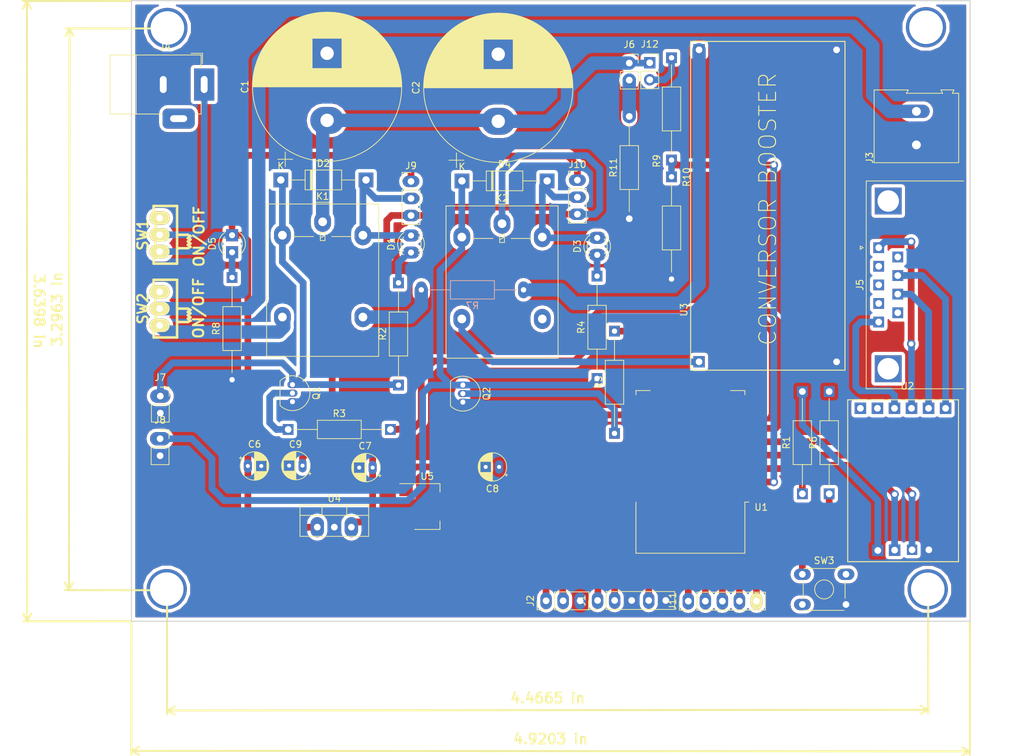
<source format=kicad_pcb>
(kicad_pcb (version 20171130) (host pcbnew "(5.0.1)-4")
  (layers (0 F.Cu signal) (31 B.Cu signal) (34 B.Paste user) (35 F.Paste user) (36 B.SilkS user) (37 F.SilkS user) (38 B.Mask user) (39 F.Mask user) (44 Edge.Cuts user))
  (net 0 "")
  (net 1 OUT)
  (net 2 GND)
  (net 3 "Net-(D4-Pad1)")
  (net 4 "Net-(D3-Pad1)")
  (net 5 "Net-(D1-Pad1)")
  (net 6 "Net-(D2-Pad1)")
  (net 7 "Net-(Q1-Pad2)")
  (net 8 d2)
  (net 9 "Net-(Q2-Pad2)")
  (net 10 +12V)
  (net 11 +3V3)
  (net 12 +5V)
  (net 13 S1)
  (net 14 "Net-(R6-Pad1)")
  (net 15 "Net-(R1-Pad1)")
  (net 16 S2)
  (net 17 "Net-(K2-Pad4)")
  (net 18 CAP)
  (net 19 tx)
  (net 20 rx)
  (net 21 SCL)
  (net 22 SDA)
  (net 23 d0)
  (net 24 "Net-(U1-Pad22)")
  (net 25 "Net-(U1-Pad21)")
  (net 26 d10)
  (net 27 d9)
  (net 28 "Net-(U1-Pad18)")
  (net 29 "Net-(U1-Pad17)")
  (net 30 d13)
  (net 31 d12)
  (net 32 d14)
  (net 33 d16)
  (net 34 adc)
  (net 35 "Net-(SW1-Pad3)")
  (net 36 "Net-(J4-Pad1)")
  (net 37 "Net-(SW2-Pad3)")
  (net 38 "Net-(D5-Pad1)")
  (net 39 "Net-(J6-Pad2)")
  (net 40 "Net-(J5-Pad2)")
  (net 41 B+)
  (net 42 B-)
  (net 43 A+)
  (net 44 A-)
  (net 45 E-)
  (net 46 E+)
  (net 47 "Net-(J5-Pad6)")
  (net 48 "Net-(J5-Pad9)")
  (net 49 "Net-(D3-Pad2)")
  (net 50 "Net-(D1-Pad2)")
  (net 51 "Net-(J5-Pad3)")
  (net 52 "Net-(J5-Pad4)")
  (net 53 "Net-(J3-Pad2)")
  (net 54 "Net-(R7-Pad2)")
  (net 55 "Net-(SW3-Pad3)")
  (net 56 "Net-(SW3-Pad2)")
  (net 57 "Net-(J10-Pad3)")
  (net 58 "Net-(J12-Pad2)")
  (module Connector_PinHeader_2.54mm:PinHeader_1x05_P2.54mm_Vertical (layer F.Cu) (at 203 112 90)
    (fp_text reference J11 (at 0 -2.33 90) (layer F.SilkS))
    (fp_text value "pins aux")
    (pad 1 thru_hole oval (at 0 0 90) (size 2.5 1.7) (drill 1) (layers *.Cu *.Mask) (net 30 d13))
    (pad 2 thru_hole oval (at 0 2.54 90) (size 2.5 1.7) (drill 1) (layers *.Cu *.Mask) (net 31 d12))
    (pad 3 thru_hole oval (at 0 5.08 90) (size 2.5 1.7) (drill 1) (layers *.Cu *.Mask) (net 32 d14))
    (pad 4 thru_hole oval (at 0 7.62 90) (size 2.5 1.7) (drill 1) (layers *.Cu *.Mask) (net 33 d16))
    (pad 5 thru_hole oval (at 0 10.16 90) (size 2.5 1.7) (drill 1) (layers *.Cu *.Mask F.SilkS) (net 34 adc))
  )
  (module Connector_PinSocket_2.54mm:PinSocket_1x02_P2.54mm_Vertical (layer F.Cu) (at 197.25 31.75)
    (fp_text reference J12 (at 0 -2.77) (layer F.SilkS))
    (fp_text value AUX2)
    (pad 1 thru_hole rect (at 0 0) (size 1.7 1.7) (drill 1) (layers *.Cu *.Mask) (net 18 CAP))
    (pad 2 thru_hole oval (at 0 2.54) (size 1.7 1.7) (drill 1) (layers *.Cu *.Mask) (net 58 "Net-(J12-Pad2)"))
  )
  (module Resistor_THT:R_Axial_DIN0207_L6.3mm_D2.5mm_P15.24mm_Horizontal (layer F.Cu) (at 220 96 90)
    (fp_text reference R1 (at 7.62 -2.37 90) (layer F.SilkS))
    (fp_text value 10kR)
    (pad 1 thru_hole rect (at 0 0 90) (size 1.6 1.6) (drill 1) (layers *.Cu *.Mask) (net 15 "Net-(R1-Pad1)"))
    (pad 2 thru_hole rect (at 15.24 0 90) (size 1.6 1.6) (drill 1) (layers *.Cu *.Mask) (net 11 +3V3))
  )
  (module Resistor_THT:R_Axial_DIN0207_L6.3mm_D2.5mm_P15.24mm_Horizontal (layer F.Cu) (at 224 96 90)
    (fp_text reference R6 (at 7.62 -2.37 90) (layer F.SilkS))
    (fp_text value 10kR)
    (pad 1 thru_hole rect (at 0 0 90) (size 1.6 1.6) (drill 1) (layers *.Cu *.Mask) (net 14 "Net-(R6-Pad1)"))
    (pad 2 thru_hole rect (at 15.24 0 90) (size 1.6 1.6) (drill 1) (layers *.Cu *.Mask) (net 11 +3V3))
  )
  (module Resistor_THT:R_Axial_DIN0207_L6.3mm_D2.5mm_P15.24mm_Horizontal (layer B.Cu) (at 163.2 65.6)
    (fp_text reference R7 (at 7.62 2.37) (layer B.SilkS) (effects (justify mirror)))
    (fp_text value 80R)
    (pad 1 thru_hole oval (at 0 0) (size 1.6 2.5) (drill 0.8) (layers *.Cu *.Mask) (net 16 S2))
    (pad 2 thru_hole oval (at 15.24 0) (size 1.6 2.5) (drill 0.8) (layers *.Cu *.Mask) (net 54 "Net-(R7-Pad2)"))
  )
  (module CB:CB (layer F.Cu) (at 201.85 68.575 90)
    (fp_text reference U3 (at 0 0.5 90) (layer F.SilkS))
    (fp_text value CB)
    (fp_text user "CONVERSOR BOOSTER" (at 15 13 90) (layer F.SilkS) (effects (font (size 2.5 2.5))))
    (pad 4 thru_hole rect (at 38.75 2.75 90) (size 1.7 1.7) (drill 1) (layers *.Cu *.Mask) (net 54 "Net-(R7-Pad2)"))
    (pad 3 thru_hole rect (at 38.75 23.25 90) (size 1.7 1.7) (drill 1) (layers *.Cu *.Mask) (net 2 GND))
    (pad 2 thru_hole rect (at -7.75 23.25 90) (size 1.7 1.7) (drill 1) (layers *.Cu *.Mask) (net 2 GND))
    (pad 1 thru_hole rect (at -7.75 2.75 90) (size 1.7 1.7) (drill 1) (layers *.Cu *.Mask) (net 13 S1))
  )
  (module Button_Switch_THT:SW_TH_Tactile_Omron_B3F-10xx (layer F.Cu) (at 220 108)
    (fp_text reference SW3 (at 3.25 -2.05) (layer F.SilkS))
    (fp_text value RST)
    (pad 4 thru_hole oval (at 6.5 4.5) (size 2.5 1.7) (drill 1) (layers *.Cu *.Mask) (net 2 GND))
    (pad 3 thru_hole oval (at 0 4.5) (size 2.5 1.7) (drill 1) (layers *.Cu *.Mask) (net 55 "Net-(SW3-Pad3)"))
    (pad 2 thru_hole oval (at 6.5 0) (size 2.5 1.7) (drill 1) (layers *.Cu *.Mask) (net 56 "Net-(SW3-Pad2)"))
    (pad 1 thru_hole oval (at 0 0) (size 2.5 1.7) (drill 1) (layers *.Cu *.Mask) (net 14 "Net-(R6-Pad1)"))
  )
  (module Connector_PinHeader_2.54mm:PinHeader_1x03_P2.54mm_Vertical (layer F.Cu) (at 186.47 49.25)
    (fp_text reference J10 (at 0 -2.33) (layer F.SilkS))
    (fp_text value A4)
    (pad 3 thru_hole oval (at 0 5.08) (size 2.5 1.7) (drill 1) (layers *.Cu *.Mask) (net 57 "Net-(J10-Pad3)"))
    (pad 2 thru_hole oval (at 0 2.54) (size 2.5 1.7) (drill 1) (layers *.Cu *.Mask) (net 49 "Net-(D3-Pad2)"))
    (pad 1 thru_hole oval (at 0 0) (size 2.5 1.7) (drill 1) (layers *.Cu *.Mask) (net 10 +12V))
  )
  (module Connector_PinHeader_2.54mm:PinHeader_1x03_P2.54mm_Vertical (layer F.Cu) (at 161.67 49.44)
    (fp_text reference J9 (at 0 -2.33) (layer F.SilkS))
    (fp_text value A3)
    (pad 1 thru_hole oval (at 0 0) (size 2.5 1.7) (drill 1) (layers *.Cu *.Mask) (net 10 +12V))
    (pad 2 thru_hole oval (at 0 2.54) (size 2.5 1.7) (drill 1) (layers *.Cu *.Mask) (net 50 "Net-(D1-Pad2)"))
    (pad 3 thru_hole oval (at 0 5.08) (size 2.5 1.7) (drill 1) (layers *.Cu *.Mask) (net 12 +5V))
  )
  (module Connector_PinSocket_2.54mm:PinSocket_1x02_P2.54mm_Vertical (layer F.Cu) (at 124.3 81.44)
    (fp_text reference J7 (at 0 -2.77) (layer F.SilkS))
    (fp_text value AUX2)
    (pad 2 thru_hole oval (at 0 2.54) (size 3 2) (drill 1) (layers *.Cu *.Mask) (net 2 GND))
    (pad 1 thru_hole oval (at 0 0) (size 3 2) (drill 1) (layers *.Cu *.Mask) (net 6 "Net-(D2-Pad1)"))
  )
  (module Connector_PinSocket_2.54mm:PinSocket_1x02_P2.54mm_Vertical (layer F.Cu) (at 124.27 87.79)
    (fp_text reference J8 (at 0 -2.77) (layer F.SilkS))
    (fp_text value AUX1)
    (pad 1 thru_hole oval (at 0 0) (size 3 2) (drill 1) (layers *.Cu *.Mask) (net 3 "Net-(D4-Pad1)"))
    (pad 2 thru_hole oval (at 0 2.54) (size 3 2) (drill 1) (layers *.Cu *.Mask) (net 2 GND))
  )
  (module Connector_PinSocket_2.54mm:PinSocket_1x02_P2.54mm_Vertical (layer F.Cu) (at 194.2 31.8)
    (fp_text reference J6 (at 0 -2.77) (layer F.SilkS))
    (fp_text value DESC)
    (pad 1 thru_hole oval (at 0 0) (size 2 1.7) (drill 1) (layers *.Cu *.Mask) (net 18 CAP))
    (pad 2 thru_hole oval (at 0 2.54) (size 2 1.7) (drill 1) (layers *.Cu *.Mask) (net 39 "Net-(J6-Pad2)"))
  )
  (module Resistor_THT:R_Axial_DIN0207_L6.3mm_D2.5mm_P15.24mm_Horizontal (layer F.Cu) (at 194.2 55 90)
    (fp_text reference R11 (at 7.62 -2.37 90) (layer F.SilkS))
    (fp_text value 10R)
    (pad 1 thru_hole oval (at 0 0 90) (size 2 1.7) (drill 1) (layers *.Cu *.Mask) (net 2 GND))
    (pad 2 thru_hole oval (at 15.24 0 90) (size 2 1.4) (drill 1) (layers *.Cu *.Mask) (net 39 "Net-(J6-Pad2)"))
  )
  (module Connector_Dsub:DSUB-9_Female_Horizontal_P2.77x2.84mm_EdgePinOffset9.90mm_Housed_MountingHolesOffset11.32mm (layer F.Cu) (at 231.38 59.32 90)
    (fp_text reference J5 (at -5.54 -2.8 90) (layer F.SilkS))
    (fp_text value "DB9_LOAD CELL")
    (pad 1 thru_hole rect (at 0 0 90) (size 1.6 1.6) (drill 1) (layers *.Cu *.Mask) (net 44 A-))
    (pad 2 thru_hole rect (at -2.77 0 90) (size 1.6 1.6) (drill 1) (layers *.Cu *.Mask) (net 40 "Net-(J5-Pad2)"))
    (pad 3 thru_hole rect (at -5.54 0 90) (size 1.6 1.6) (drill 1) (layers *.Cu *.Mask) (net 51 "Net-(J5-Pad3)"))
    (pad 4 thru_hole rect (at -8.31 0 90) (size 1.6 1.6) (drill 1) (layers *.Cu *.Mask) (net 52 "Net-(J5-Pad4)"))
    (pad 5 thru_hole rect (at -11.08 0 90) (size 1.6 1.6) (drill 1) (layers *.Cu *.Mask) (net 43 A+))
    (pad 6 thru_hole rect (at -1.385 2.84 90) (size 1.6 1.6) (drill 1) (layers *.Cu *.Mask) (net 47 "Net-(J5-Pad6)"))
    (pad 7 thru_hole rect (at -4.155 2.84 90) (size 1.6 1.6) (drill 1) (layers *.Cu *.Mask) (net 46 E+))
    (pad 8 thru_hole rect (at -6.925 2.84 90) (size 1.6 1.6) (drill 1) (layers *.Cu *.Mask) (net 45 E-))
    (pad 9 thru_hole rect (at -9.695 2.84 90) (size 1.6 1.6) (drill 1) (layers *.Cu *.Mask) (net 48 "Net-(J5-Pad9)"))
    (pad 0 thru_hole rect (at -18.04 1.42 90) (size 4 4) (drill 3.2) (layers *.Cu *.Mask))
    (pad 0 thru_hole rect (at 6.96 1.42 90) (size 4 4) (drill 3.2) (layers *.Cu *.Mask))
  )
  (module w_switch:switch_mmp122-r (layer F.Cu) (at 124.2 57.4 90)
    (fp_text reference SW1 (at 0 -2.49936 90) (layer F.SilkS) (effects (font (size 1.524 1.524) (thickness 0.3048))))
    (fp_text value ON/OFF (at -0.25 5.875 90) (layer F.SilkS) (effects (font (size 1.524 1.524) (thickness 0.3048))))
    (pad 1 thru_hole oval (at -2.49936 0 90) (size 2 3) (drill 1) (layers *.Cu *.Mask F.SilkS) (net 10 +12V))
    (pad 2 thru_hole oval (at 0 0 90) (size 2 3) (drill 1) (layers *.Cu *.Mask F.SilkS) (net 36 "Net-(J4-Pad1)"))
    (pad 3 thru_hole oval (at 2.49936 0 90) (size 2 3) (drill 1) (layers *.Cu *.Mask F.SilkS) (net 35 "Net-(SW1-Pad3)"))
  )
  (module w_switch:switch_mmp122-r (layer F.Cu) (at 124.2 68.4 90)
    (fp_text reference SW2 (at 0 -2.49936 90) (layer F.SilkS) (effects (font (size 1.524 1.524) (thickness 0.3048))))
    (fp_text value ON/OFF (at 0.075 5.8 90) (layer F.SilkS) (effects (font (size 1.524 1.524) (thickness 0.3048))))
    (pad 1 thru_hole oval (at -2.49936 0 90) (size 2 3) (drill 1) (layers *.Cu *.Mask F.SilkS) (net 1 OUT))
    (pad 2 thru_hole oval (at 0 0 90) (size 2 3) (drill 1) (layers *.Cu *.Mask F.SilkS) (net 53 "Net-(J3-Pad2)"))
    (pad 3 thru_hole oval (at 2.49936 0 90) (size 2 3) (drill 1) (layers *.Cu *.Mask F.SilkS) (net 37 "Net-(SW2-Pad3)"))
  )
  (module Package_TO_SOT_THT:TO-220-3_Vertical (layer F.Cu) (at 147.7 100.97)
    (fp_text reference U4 (at 2.54 -4.27) (layer F.SilkS))
    (fp_text value L7805)
    (pad 3 thru_hole oval (at 5.08 0) (size 2 3) (drill 1) (layers *.Cu *.Mask) (net 12 +5V))
    (pad 2 thru_hole oval (at 2.54 0) (size 2 3) (drill 1) (layers *.Cu *.Mask) (net 2 GND))
    (pad 1 thru_hole oval (at 0 0) (size 2 3) (drill 1) (layers *.Cu *.Mask) (net 10 +12V))
  )
  (module Capacitor_THT:CP_Radial_D22.0mm_P10.00mm_SnapIn (layer F.Cu) (at 149.16 40.34 90)
    (fp_text reference C1 (at 5 -12.25 90) (layer F.SilkS))
    (fp_text value 15000uF)
    (pad 2 thru_hole oval (at 10 0 90) (size 4 5) (drill 2) (layers *.Cu *.Mask) (net 2 GND))
    (pad 1 thru_hole oval (at 0 0 90) (size 4 5) (drill 2) (layers *.Cu *.Mask) (net 18 CAP))
  )
  (module Capacitor_THT:CP_Radial_D22.0mm_P10.00mm_SnapIn (layer F.Cu) (at 174.67 40.48 90)
    (fp_text reference C2 (at 5 -12.25 90) (layer F.SilkS))
    (fp_text value 15000uF)
    (pad 1 thru_hole oval (at 0 0 90) (size 4 5) (drill 2) (layers *.Cu *.Mask) (net 18 CAP))
    (pad 2 thru_hole oval (at 10 0 90) (size 4 5) (drill 2) (layers *.Cu *.Mask) (net 2 GND))
  )
  (module Capacitor_THT:CP_Radial_D4.0mm_P2.00mm (layer F.Cu) (at 174.8 92 180)
    (fp_text reference C8 (at 1 -3.25 180) (layer F.SilkS))
    (fp_text value 10uF)
    (pad 1 thru_hole oval (at 0 0 180) (size 1.2 2) (drill 0.6) (layers *.Cu *.Mask) (net 11 +3V3))
    (pad 2 thru_hole oval (at 2 0 180) (size 1.2 2) (drill 0.6) (layers *.Cu *.Mask) (net 2 GND))
  )
  (module Capacitor_THT:CP_Radial_D4.0mm_P2.00mm (layer F.Cu) (at 155.95 92.1 180)
    (fp_text reference C7 (at 1.125 3.225 180) (layer F.SilkS))
    (fp_text value 100uF)
    (pad 2 thru_hole oval (at 2 0 180) (size 1.2 2) (drill 0.6) (layers *.Cu *.Mask) (net 2 GND))
    (pad 1 thru_hole oval (at 0 0 180) (size 1.2 2) (drill 0.6) (layers *.Cu *.Mask) (net 12 +5V))
  )
  (module Capacitor_THT:CP_Radial_D4.0mm_P2.00mm (layer F.Cu) (at 137.35 91.86)
    (fp_text reference C6 (at 1 -3.25) (layer F.SilkS))
    (fp_text value 100uF)
    (pad 1 thru_hole oval (at 0 0) (size 1.2 2) (drill 0.6) (layers *.Cu *.Mask) (net 10 +12V))
    (pad 2 thru_hole oval (at 2 0) (size 1.2 2) (drill 0.6) (layers *.Cu *.Mask) (net 2 GND))
  )
  (module Capacitor_THT:CP_Radial_D4.0mm_P2.00mm (layer F.Cu) (at 145.5 91.8 180)
    (fp_text reference C9 (at 1.05 3.175 180) (layer F.SilkS))
    (fp_text value 10uF)
    (pad 1 thru_hole oval (at 0 0 180) (size 1.2 2) (drill 0.6) (layers *.Cu *.Mask) (net 12 +5V))
    (pad 2 thru_hole oval (at 2 0 180) (size 1.2 2) (drill 0.6) (layers *.Cu *.Mask) (net 2 GND))
  )
  (module Connector_Audio:Jack_Horizontal (layer F.Cu) (at 130.84 35)
    (fp_text reference J4 (at -5.84 -5.59) (layer F.SilkS))
    (fp_text value Jack-DC)
    (pad 2 thru_hole roundrect (at -6.1 0) (size 3 4.8) (drill oval 1.02 2.54) (layers *.Cu *.Mask) (net 2 GND))
    (pad 1 thru_hole rect (at 0 0) (size 3 4.8) (drill oval 1.02 2.54) (layers *.Cu *.Mask) (net 36 "Net-(J4-Pad1)"))
    (pad 3 thru_hole roundrect (at -3.81 5.08) (size 4.8 3) (drill oval 2.54 1.02) (layers *.Cu *.Mask))
  )
  (module Connector_PinHeader_2.54mm:PinHeader_1x03_P2.54mm_Vertical (layer F.Cu) (at 181.8 111.95 90)
    (fp_text reference J2 (at 0 -2.33 90) (layer F.SilkS))
    (fp_text value I2C)
    (pad 1 thru_hole oval (at 0 0 90) (size 2.5 1.7) (drill 1) (layers *.Cu *.Mask) (net 22 SDA))
    (pad 2 thru_hole oval (at 0 2.54 90) (size 2.5 1.7) (drill 1) (layers *.Cu *.Mask) (net 21 SCL))
    (pad 3 thru_hole oval (at 0 5.08 90) (size 2.5 1.7) (drill 1) (layers *.Cu *.Mask) (net 11 +3V3))
  )
  (module Connector_PinHeader_2.54mm:PinHeader_1x05_P2.54mm_Vertical (layer F.Cu) (at 189.48 111.9 90)
    (fp_text reference J1 (at 0 -2.33 90) (layer F.SilkS))
    (fp_text value FTDI)
    (pad 1 thru_hole oval (at 0 0 90) (size 2.5 1.7) (drill 1) (layers *.Cu *.Mask) (net 20 rx))
    (pad 2 thru_hole oval (at 0 2.54 90) (size 2.5 1.7) (drill 1) (layers *.Cu *.Mask) (net 19 tx))
    (pad 3 thru_hole oval (at 0 5.08 90) (size 2.5 1.7) (drill 1) (layers *.Cu *.Mask) (net 2 GND))
    (pad 4 thru_hole oval (at 0 7.62 90) (size 2.5 1.7) (drill 1) (layers *.Cu *.Mask) (net 23 d0))
    (pad 5 thru_hole oval (at 0 10.16 90) (size 2.5 1.7) (drill 1) (layers *.Cu *.Mask) (net 2 GND))
  )
  (module Diode_THT:D_DO-41_SOD81_P12.70mm_Horizontal (layer F.Cu) (at 142.26 49.22)
    (fp_text reference D2 (at 6.35 -2.47) (layer F.SilkS))
    (fp_text value DIODE)
    (fp_text user K (at 0 -2.1) (layer F.SilkS))
    (pad 2 thru_hole rect (at 12.7 0) (size 2.2 2.2) (drill 1.1) (layers *.Cu *.Mask) (net 50 "Net-(D1-Pad2)"))
    (pad 1 thru_hole rect (at 0 0) (size 2.2 2.2) (drill 1.1) (layers *.Cu *.Mask) (net 6 "Net-(D2-Pad1)"))
  )
  (module Diode_THT:D_DO-41_SOD81_P12.70mm_Horizontal (layer F.Cu) (at 169.26 49.36)
    (fp_text reference D4 (at 6.35 -2.47) (layer F.SilkS))
    (fp_text value DIODE)
    (fp_text user K (at 0 -2.1) (layer F.SilkS))
    (pad 1 thru_hole rect (at 0 0) (size 2.2 2.2) (drill 1.1) (layers *.Cu *.Mask) (net 3 "Net-(D4-Pad1)"))
    (pad 2 thru_hole rect (at 12.7 0) (size 2.2 2.2) (drill 1.1) (layers *.Cu *.Mask) (net 49 "Net-(D3-Pad2)"))
  )
  (module ESP12E:ESP12E (layer F.Cu) (at 203.31 92.74 180)
    (fp_text reference U1 (at -10.56 -5.26 180) (layer F.SilkS))
    (fp_text value ESP-12E)
    (pad 16 smd rect (at 7.6 -3.5 180) (size 2.5 1) (layers F.Cu F.Paste F.Mask) (net 19 tx))
    (pad 15 smd rect (at 7.6 -1.5 180) (size 2.5 1) (layers F.Cu F.Paste F.Mask) (net 20 rx))
    (pad 14 smd rect (at 7.6 0.5 180) (size 2.5 1) (layers F.Cu F.Paste F.Mask) (net 21 SCL))
    (pad 13 smd rect (at 7.6 2.5 180) (size 2.5 1) (layers F.Cu F.Paste F.Mask) (net 22 SDA))
    (pad 12 smd rect (at 7.6 4.5 180) (size 2.5 1) (layers F.Cu F.Paste F.Mask) (net 23 d0))
    (pad 11 smd rect (at 7.6 6.5 180) (size 2.5 1) (layers F.Cu F.Paste F.Mask) (net 8 d2))
    (pad 10 smd rect (at 7.6 8.5 180) (size 2.5 1) (layers F.Cu F.Paste F.Mask) (net 2 GND))
    (pad 9 smd rect (at 7.6 10.5 180) (size 2.5 1) (layers F.Cu F.Paste F.Mask) (net 2 GND))
    (pad 22 smd rect (at 5 12 180) (size 1 1.8) (layers F.Cu F.Paste F.Mask) (net 24 "Net-(U1-Pad22)"))
    (pad 21 smd rect (at 3 12 180) (size 1 1.8) (layers F.Cu F.Paste F.Mask) (net 25 "Net-(U1-Pad21)"))
    (pad 20 smd rect (at 1 12 180) (size 1 1.8) (layers F.Cu F.Paste F.Mask) (net 26 d10))
    (pad 19 smd rect (at -1 12 180) (size 1 1.8) (layers F.Cu F.Paste F.Mask) (net 27 d9))
    (pad 18 smd rect (at -3 12 180) (size 1 1.8) (layers F.Cu F.Paste F.Mask) (net 28 "Net-(U1-Pad18)"))
    (pad 17 smd rect (at -5 12 180) (size 1 1.8) (layers F.Cu F.Paste F.Mask) (net 29 "Net-(U1-Pad17)"))
    (pad 8 smd rect (at -7.6 10.5 180) (size 2.5 1) (layers F.Cu F.Paste F.Mask) (net 11 +3V3))
    (pad 7 smd rect (at -7.6 8.5 180) (size 2.5 1) (layers F.Cu F.Paste F.Mask) (net 30 d13))
    (pad 6 smd rect (at -7.6 6.5 180) (size 2.5 1) (layers F.Cu F.Paste F.Mask) (net 31 d12))
    (pad 5 smd rect (at -7.6 4.5 180) (size 2.5 1) (layers F.Cu F.Paste F.Mask) (net 32 d14))
    (pad 4 smd rect (at -7.6 2.5 180) (size 2.5 1) (layers F.Cu F.Paste F.Mask) (net 33 d16))
    (pad 3 smd rect (at -7.6 0.5 180) (size 2.5 1) (layers F.Cu F.Paste F.Mask) (net 15 "Net-(R1-Pad1)"))
    (pad 2 smd rect (at -7.6 -1.5 180) (size 2.5 1) (layers F.Cu F.Paste F.Mask) (net 34 adc))
    (pad 1 smd rect (at -7.6 -3.5 180) (size 2.5 1) (layers F.Cu F.Paste F.Mask) (net 14 "Net-(R6-Pad1)"))
  )
  (module LED_THT:LED_D3.0mm (layer F.Cu) (at 189.42 60.39 90)
    (fp_text reference D3 (at 1.27 -2.96 90) (layer F.SilkS))
    (fp_text value "LED VERMELHO")
    (pad 1 thru_hole oval (at 0 0 90) (size 1.8 2.5) (drill 0.9) (layers *.Cu *.Mask) (net 4 "Net-(D3-Pad1)"))
    (pad 2 thru_hole oval (at 2.54 0 90) (size 1.8 2.5) (drill 0.9) (layers *.Cu *.Mask) (net 49 "Net-(D3-Pad2)"))
  )
  (module LED_THT:LED_D3.0mm (layer F.Cu) (at 135 60 90)
    (fp_text reference D5 (at 1.27 -2.96 90) (layer F.SilkS))
    (fp_text value "LED VERDE")
    (pad 2 thru_hole rect (at 2.54 0 90) (size 1.8 1.8) (drill 0.9) (layers *.Cu *.Mask) (net 10 +12V))
    (pad 1 thru_hole rect (at 0 0 90) (size 1.8 1.8) (drill 0.9) (layers *.Cu *.Mask) (net 38 "Net-(D5-Pad1)"))
  )
  (module LED_THT:LED_D3.0mm (layer F.Cu) (at 161.67 60.04 90)
    (fp_text reference D1 (at 1.27 -2.96 90) (layer F.SilkS))
    (fp_text value " LED VERMELHO")
    (pad 1 thru_hole oval (at 0 0 90) (size 1.8 2.5) (drill 0.9) (layers *.Cu *.Mask) (net 5 "Net-(D1-Pad1)"))
    (pad 2 thru_hole oval (at 2.54 0 90) (size 1.8 2.5) (drill 0.9) (layers *.Cu *.Mask) (net 50 "Net-(D1-Pad2)"))
  )
  (module Package_TO_SOT_SMD:SOT-223-3_TabPin2 (layer F.Cu) (at 164.08 97.9)
    (fp_text reference U5 (at 0 -4.5) (layer F.SilkS))
    (fp_text value AMS1117)
    (pad 2 smd rect (at 3.15 0) (size 2 3.8) (layers F.Cu F.Paste F.Mask) (net 11 +3V3))
    (pad 2 smd rect (at -3.15 0) (size 2 1.5) (layers F.Cu F.Paste F.Mask) (net 11 +3V3))
    (pad 3 smd rect (at -3.15 2.3) (size 2 1.5) (layers F.Cu F.Paste F.Mask) (net 12 +5V))
    (pad 1 smd rect (at -3.15 -2.3) (size 2 1.5) (layers F.Cu F.Paste F.Mask) (net 2 GND))
  )
  (module Package_TO_SOT_THT:TO-92_Inline (layer F.Cu) (at 144 79.73 270)
    (fp_text reference Q1 (at 1.27 -3.56 270) (layer F.SilkS))
    (fp_text value BC337)
    (pad 1 thru_hole oval (at 0 0 270) (size 1.05 1.5) (drill 0.75) (layers *.Cu *.Mask) (net 6 "Net-(D2-Pad1)"))
    (pad 3 thru_hole oval (at 2.54 0 270) (size 1.05 1.5) (drill 0.75) (layers *.Cu *.Mask) (net 2 GND))
    (pad 2 thru_hole oval (at 1.27 0 270) (size 1.05 1.5) (drill 0.75) (layers *.Cu *.Mask) (net 7 "Net-(Q1-Pad2)"))
  )
  (module Package_TO_SOT_THT:TO-92_Inline (layer F.Cu) (at 169.4 79.8 270)
    (fp_text reference Q2 (at 1.27 -3.56 270) (layer F.SilkS))
    (fp_text value BC337)
    (pad 2 thru_hole oval (at 1.27 0 270) (size 1.05 1.5) (drill 0.75) (layers *.Cu *.Mask) (net 9 "Net-(Q2-Pad2)"))
    (pad 3 thru_hole oval (at 2.54 0 270) (size 1.05 1.5) (drill 0.75) (layers *.Cu *.Mask) (net 2 GND))
    (pad 1 thru_hole oval (at 0 0 270) (size 1.05 1.5) (drill 0.75) (layers *.Cu *.Mask) (net 3 "Net-(D4-Pad1)"))
  )
  (module Relay_THT:Relay_SPDT_Omron-G5LE-1 (layer F.Cu) (at 148.5 55.46)
    (fp_text reference K1 (at 0 -3.8) (layer F.SilkS))
    (fp_text value "RELE 1")
    (pad 5 thru_hole oval (at 6 2) (size 2.5 3) (drill 1.3) (layers *.Cu *.Mask) (net 50 "Net-(D1-Pad2)"))
    (pad 4 thru_hole oval (at 6 14.2) (size 2.5 3) (drill 1.3) (layers *.Cu *.Mask) (net 16 S2))
    (pad 3 thru_hole oval (at -6 14.2) (size 2.5 3) (drill 1.3) (layers *.Cu *.Mask) (net 1 OUT))
    (pad 2 thru_hole oval (at -6 2) (size 2.5 3) (drill 1.3) (layers *.Cu *.Mask) (net 6 "Net-(D2-Pad1)"))
    (pad 1 thru_hole oval (at 0 0) (size 2.5 3) (drill 1.3) (layers *.Cu *.Mask) (net 18 CAP))
  )
  (module Relay_THT:Relay_SPDT_Omron-G5LE-1 (layer F.Cu) (at 175.24 55.74)
    (fp_text reference K2 (at 0 -3.8) (layer F.SilkS))
    (fp_text value "RELE 2")
    (pad 1 thru_hole oval (at 0 0) (size 2.5 3) (drill 1.3) (layers *.Cu *.Mask) (net 12 +5V))
    (pad 2 thru_hole oval (at -6 2) (size 2.5 3) (drill 1.3) (layers *.Cu *.Mask) (net 3 "Net-(D4-Pad1)"))
    (pad 3 thru_hole oval (at -6 14.2) (size 2.5 3) (drill 1.3) (layers *.Cu *.Mask) (net 13 S1))
    (pad 4 thru_hole oval (at 6 14.2) (size 2.5 3) (drill 1.3) (layers *.Cu *.Mask) (net 17 "Net-(K2-Pad4)"))
    (pad 5 thru_hole oval (at 6 2) (size 2.5 3) (drill 1.3) (layers *.Cu *.Mask) (net 49 "Net-(D3-Pad2)"))
  )
  (module Resistor_THT:R_Axial_DIN0207_L6.3mm_D2.5mm_P15.24mm_Horizontal (layer F.Cu) (at 200.5 48.75 270)
    (fp_text reference R10 (at 0.045 -2.245 270) (layer F.SilkS))
    (fp_text value Y)
    (pad 1 thru_hole rect (at 0 0 270) (size 1.6 1.6) (drill 0.8) (layers *.Cu *.Mask) (net 34 adc))
    (pad 2 thru_hole rect (at 15.24 0 270) (size 1.6 1.6) (drill 0.8) (layers *.Cu *.Mask) (net 2 GND))
  )
  (module Resistor_THT:R_Axial_DIN0207_L6.3mm_D2.5mm_P15.24mm_Horizontal (layer F.Cu) (at 200.5 46.25 90)
    (fp_text reference R9 (at -0.15 -2.205 90) (layer F.SilkS))
    (fp_text value X)
    (pad 2 thru_hole rect (at 15.24 0 90) (size 1.6 1.6) (drill 0.8) (layers *.Cu *.Mask) (net 58 "Net-(J12-Pad2)"))
    (pad 1 thru_hole rect (at 0 0 90) (size 1.6 1.6) (drill 0.8) (layers *.Cu *.Mask) (net 34 adc))
  )
  (module Resistor_THT:R_Axial_DIN0207_L6.3mm_D2.5mm_P15.24mm_Horizontal (layer F.Cu) (at 135 79 90)
    (fp_text reference R8 (at 7.62 -2.37 90) (layer F.SilkS))
    (fp_text value 570R)
    (pad 1 thru_hole rect (at 0 0 90) (size 1.6 1.6) (drill 0.8) (layers *.Cu *.Mask) (net 2 GND))
    (pad 2 thru_hole rect (at 15.24 0 90) (size 1.6 1.6) (drill 0.8) (layers *.Cu *.Mask) (net 38 "Net-(D5-Pad1)"))
  )
  (module Resistor_THT:R_Axial_DIN0207_L6.3mm_D2.5mm_P15.24mm_Horizontal (layer F.Cu) (at 192 87 90)
    (fp_text reference R5 (at 7.62 -2.37 90) (layer F.SilkS))
    (fp_text value 330R)
    (pad 2 thru_hole rect (at 15.24 0 90) (size 1.6 1.6) (drill 0.8) (layers *.Cu *.Mask) (net 30 d13))
    (pad 1 thru_hole rect (at 0 0 90) (size 1.6 1.6) (drill 0.8) (layers *.Cu *.Mask) (net 9 "Net-(Q2-Pad2)"))
  )
  (module Resistor_THT:R_Axial_DIN0207_L6.3mm_D2.5mm_P15.24mm_Horizontal (layer F.Cu) (at 143.36 86.41)
    (fp_text reference R3 (at 7.62 -2.37) (layer F.SilkS))
    (fp_text value 330R)
    (pad 1 thru_hole rect (at 0 0) (size 1.6 1.6) (drill 1) (layers *.Cu *.Mask) (net 7 "Net-(Q1-Pad2)"))
    (pad 2 thru_hole rect (at 15.24 0) (size 1.6 1.6) (drill 1) (layers *.Cu *.Mask) (net 31 d12))
  )
  (module Resistor_THT:R_Axial_DIN0207_L6.3mm_D2.5mm_P15.24mm_Horizontal (layer F.Cu) (at 159.8 79.8 90)
    (fp_text reference R2 (at 7.62 -2.37 90) (layer F.SilkS))
    (fp_text value 330R)
    (pad 2 thru_hole rect (at 15.24 0 90) (size 1.6 1.6) (drill 0.8) (layers *.Cu *.Mask) (net 5 "Net-(D1-Pad1)"))
    (pad 1 thru_hole rect (at 0 0 90) (size 1.6 1.6) (drill 0.8) (layers *.Cu *.Mask) (net 6 "Net-(D2-Pad1)"))
  )
  (module Resistor_THT:R_Axial_DIN0207_L6.3mm_D2.5mm_P15.24mm_Horizontal (layer F.Cu) (at 189.4 78.8 90)
    (fp_text reference R4 (at 7.62 -2.37 90) (layer F.SilkS))
    (fp_text value 330R)
    (pad 1 thru_hole rect (at 0 0 90) (size 1.6 1.6) (drill 0.8) (layers *.Cu *.Mask) (net 3 "Net-(D4-Pad1)"))
    (pad 2 thru_hole rect (at 15.24 0 90) (size 1.6 1.6) (drill 0.8) (layers *.Cu *.Mask) (net 4 "Net-(D3-Pad1)"))
  )
  (module TerminalBlock:TerminalBlock_Altech_AK300-2_P5.00mm (layer F.Cu) (at 237 44 90)
    (fp_text reference J3 (at -1.92 -6.99 90) (layer F.SilkS))
    (fp_text value OUT_IGNITOR)
    (pad 1 thru_hole oval (at 0 0 90) (size 1.98 3.96) (drill 1.32) (layers *.Cu *.Mask) (net 2 GND))
    (pad 2 thru_hole oval (at 5 0 90) (size 1.98 3.96) (drill 1.32) (layers *.Cu *.Mask) (net 53 "Net-(J3-Pad2)"))
  )
  (module hx711:HX711 (layer F.Cu) (at 235.65 79.45)
    (fp_text reference U2 (at 0 0.5) (layer F.SilkS))
    (fp_text value HX711)
    (pad 6 thru_hole rect (at -7 3.81) (size 1.7 1.7) (drill 1) (layers *.Cu *.Mask) (net 41 B+))
    (pad 5 thru_hole rect (at -4.46 3.81) (size 1.7 1.7) (drill 1) (layers *.Cu *.Mask) (net 42 B-))
    (pad 4 thru_hole rect (at -1.92 3.81) (size 1.7 1.7) (drill 1) (layers *.Cu *.Mask) (net 43 A+))
    (pad 3 thru_hole rect (at 0.62 3.81) (size 1.7 1.7) (drill 1) (layers *.Cu *.Mask) (net 44 A-))
    (pad 2 thru_hole rect (at 3.16 3.81) (size 1.7 1.7) (drill 1) (layers *.Cu *.Mask) (net 45 E-))
    (pad 1 thru_hole rect (at 5.7 3.81) (size 1.7 1.7) (drill 1) (layers *.Cu *.Mask) (net 46 E+))
    (pad 7 thru_hole rect (at -4.4 25) (size 1.7 1.7) (drill 1) (layers *.Cu *.Mask) (net 11 +3V3))
    (pad 8 thru_hole rect (at -1.9 24.95) (size 1.7 1.7) (drill 1) (layers *.Cu *.Mask) (net 33 d16))
    (pad 9 thru_hole rect (at 0.7 24.9) (size 1.524 1.524) (drill 1) (layers *.Cu *.Mask) (net 32 d14))
    (pad 10 thru_hole rect (at 3.2 24.9) (size 1.524 1.524) (drill 1) (layers *.Cu *.Mask) (net 2 GND))
  )
  (dimension 113.450044 (width 0.3) (layer F.SilkS) (gr_text "113.450 mm" (at 182.042693 130.347748 0.05050309799) (layer F.SilkS) (effects (font (size 1.5 1.5) (thickness 0.3)))) (feature1 (pts (xy 238.75 110.225) (xy 238.766359 128.78417))) (feature2 (pts (xy 125.3 110.325) (xy 125.316359 128.88417))) (crossbar (pts (xy 125.315842 128.297749) (xy 238.765842 128.197749))) (arrow1a (pts (xy 238.765842 128.197749) (xy 237.639856 128.785162))) (arrow1b (pts (xy 238.765842 128.197749) (xy 237.638822 127.612321))) (arrow2a (pts (xy 125.315842 128.297749) (xy 126.442862 128.883177))) (arrow2b (pts (xy 125.315842 128.297749) (xy 126.441828 127.710336))))
  (dimension 83.72506 (width 0.3) (layer F.SilkS) (gr_text "83.725 mm" (at 108.632143 68.492562 89.93156673) (layer F.SilkS) (effects (font (size 1.5 1.5) (thickness 0.3)))) (feature1 (pts (xy 125.275 110.375) (xy 110.095722 110.35687))) (feature2 (pts (xy 125.375 26.65) (xy 110.195722 26.63187))) (crossbar (pts (xy 110.782142 26.63257) (xy 110.682142 110.35757))) (arrow1a (pts (xy 110.682142 110.35757) (xy 110.097067 109.230367))) (arrow1b (pts (xy 110.682142 110.35757) (xy 111.269908 109.231767))) (arrow2a (pts (xy 110.782142 26.63257) (xy 110.194376 27.758373))) (arrow2b (pts (xy 110.782142 26.63257) (xy 111.367217 27.759773))))
  (dimension 92.450014 (width 0.3) (layer F.SilkS) (gr_text "92.450 mm" (at 102.343069 68.78455 270.0309874) (layer F.SilkS) (effects (font (size 1.5 1.5) (thickness 0.3)))) (feature1 (pts (xy 120.025 115) (xy 103.881649 115.008731))) (feature2 (pts (xy 119.975 22.55) (xy 103.831649 22.558731))) (crossbar (pts (xy 104.418069 22.558414) (xy 104.468069 115.008414))) (arrow1a (pts (xy 104.468069 115.008414) (xy 103.881039 113.882228))) (arrow1b (pts (xy 104.468069 115.008414) (xy 105.05388 113.881593))) (arrow2a (pts (xy 104.418069 22.558414) (xy 103.832258 23.685235))) (arrow2b (pts (xy 104.418069 22.558414) (xy 105.005099 23.6846))))
  (dimension 124.975023 (width 0.3) (layer F.SilkS) (gr_text "124.975 mm" (at 182.474635 136.450286 359.9656157) (layer F.SilkS) (effects (font (size 1.5 1.5) (thickness 0.3)))) (feature1 (pts (xy 244.975 115.05) (xy 244.963043 134.974206))) (feature2 (pts (xy 120 114.975) (xy 119.988043 134.899206))) (crossbar (pts (xy 119.988395 134.312786) (xy 244.963395 134.387786))) (arrow1a (pts (xy 244.963395 134.387786) (xy 243.83654 134.973531))) (arrow1b (pts (xy 244.963395 134.387786) (xy 243.837243 133.800689))) (arrow2a (pts (xy 119.988395 134.312786) (xy 121.114547 134.899883))) (arrow2b (pts (xy 119.988395 134.312786) (xy 121.11525 133.727041))))
  (gr_line (start 245 115) (end 245 22.5) (layer Edge.Cuts) (width 0.15))
  (gr_line (start 245 22.5) (end 120 22.5) (layer Edge.Cuts) (width 0.15))
  (gr_line (start 120 115) (end 245 115) (layer Edge.Cuts) (width 0.15))
  (gr_line (start 120 22.5) (end 120 115) (layer Edge.Cuts) (width 0.15))
  (via (at 125.36 26.57) (size 6) (drill 5) (layers F.Cu B.Cu) (net 0))
  (via (at 125.26 110.21) (size 6) (drill 5) (layers F.Cu B.Cu) (net 0))
  (via (at 238.43 26.46) (size 6) (drill 5) (layers F.Cu B.Cu) (net 0))
  (via (at 238.69 110.24) (size 6) (drill 5) (layers F.Cu B.Cu) (net 0))
  (segment (start 125.199489 71.898849) (end 127.278849 71.898849) (width 2) (layer B.Cu) (net 1))
  (segment (start 124.2 70.89936) (end 125.199489 71.898849) (width 2) (layer B.Cu) (net 1))
  (segment (start 127.278849 71.898849) (end 127.287698 71.89) (width 0.25) (layer B.Cu) (net 1))
  (segment (start 127.287698 71.89) (end 141.94 71.89) (width 2) (layer B.Cu) (net 1))
  (segment (start 141.94 71.89) (end 142.69 71.14) (width 2) (layer B.Cu) (net 1))
  (segment (start 142.69 69.85) (end 142.5 69.66) (width 0.25) (layer B.Cu) (net 1))
  (segment (start 142.69 71.14) (end 142.69 69.85) (width 2) (layer B.Cu) (net 1))
  (segment (start 160.93 94.6) (end 160.925 94.595) (width 0.25) (layer F.Cu) (net 2))
  (segment (start 160.93 95.6) (end 160.93 94.6) (width 1) (layer F.Cu) (net 2))
  (segment (start 160.925 94.595) (end 160.925 93.425) (width 1) (layer F.Cu) (net 2))
  (segment (start 160.925 93.425) (end 162.175 92.175) (width 1) (layer F.Cu) (net 2))
  (segment (start 191.0125 84.225) (end 176.425 84.225) (width 1) (layer F.Cu) (net 2))
  (segment (start 194.55 111.89) (end 194.56 111.9) (width 0.25) (layer B.Cu) (net 2))
  (segment (start 169.4 82.34) (end 172.14 82.34) (width 1) (layer B.Cu) (net 2))
  (segment (start 172.14 82.34) (end 172.8 83) (width 1) (layer B.Cu) (net 2))
  (segment (start 172.8 83) (end 172.8 88.2) (width 1) (layer B.Cu) (net 2))
  (segment (start 145 82.27) (end 146.2 83.47) (width 1) (layer B.Cu) (net 2))
  (segment (start 144 82.27) (end 145 82.27) (width 1) (layer B.Cu) (net 2))
  (segment (start 146.2 83.47) (end 146.2 87.8) (width 1) (layer B.Cu) (net 2))
  (segment (start 143.5 90.5) (end 143.5 91.8) (width 1) (layer B.Cu) (net 2))
  (segment (start 146.2 87.8) (end 143.5 90.5) (width 1) (layer B.Cu) (net 2))
  (segment (start 172.8 88.2) (end 172.8 92) (width 1) (layer B.Cu) (net 2))
  (segment (start 176.425 84.225) (end 173.975 84.225) (width 1) (layer F.Cu) (net 2))
  (segment (start 172.8 85.4) (end 172.8 92) (width 1) (layer F.Cu) (net 2))
  (segment (start 173.975 84.225) (end 172.8 85.4) (width 1) (layer F.Cu) (net 2))
  (segment (start 162.35 92) (end 162.175 92.175) (width 0.25) (layer F.Cu) (net 2))
  (segment (start 172.8 92) (end 162.35 92) (width 1) (layer F.Cu) (net 2))
  (segment (start 195.695 84.225) (end 195.71 84.24) (width 0.25) (layer F.Cu) (net 2))
  (segment (start 191.0275 84.24) (end 195.71 84.24) (width 1) (layer F.Cu) (net 2))
  (segment (start 191.0125 84.225) (end 191.0275 84.24) (width 0.25) (layer F.Cu) (net 2))
  (segment (start 195.71 82.24) (end 195.71 84.24) (width 1) (layer F.Cu) (net 2))
  (segment (start 169.24 49.38) (end 169.26 49.36) (width 0.25) (layer B.Cu) (net 3))
  (segment (start 169.24 57.74) (end 169.24 49.38) (width 1) (layer B.Cu) (net 3))
  (segment (start 169.24 57.74) (end 170.34 57.74) (width 0.25) (layer B.Cu) (net 3))
  (segment (start 169.24 59.49) (end 166 62.73) (width 1) (layer B.Cu) (net 3))
  (segment (start 169.24 57.74) (end 169.24 59.49) (width 1) (layer B.Cu) (net 3))
  (segment (start 166 62.73) (end 166 78.2) (width 1) (layer B.Cu) (net 3))
  (segment (start 167.6 79.8) (end 169.4 79.8) (width 1) (layer B.Cu) (net 3))
  (segment (start 166 78.2) (end 167.6 79.8) (width 1) (layer B.Cu) (net 3))
  (segment (start 188.4 79.8) (end 189.4 78.8) (width 1) (layer B.Cu) (net 3))
  (segment (start 169.4 79.8) (end 188.4 79.8) (width 1) (layer B.Cu) (net 3))
  (segment (start 124.27 87.79) (end 128.99 87.79) (width 1) (layer B.Cu) (net 3))
  (segment (start 128.99 87.79) (end 132 90.8) (width 1) (layer B.Cu) (net 3))
  (segment (start 132 90.8) (end 132 95.2) (width 1) (layer B.Cu) (net 3))
  (segment (start 132 95.2) (end 133.8 97) (width 1) (layer B.Cu) (net 3))
  (segment (start 133.8 97) (end 161.2 97) (width 1) (layer B.Cu) (net 3))
  (segment (start 161.2 97) (end 163.4 94.8) (width 1) (layer B.Cu) (net 3))
  (segment (start 163.4 94.8) (end 163.4 81) (width 1) (layer B.Cu) (net 3))
  (segment (start 164.6 79.8) (end 169.4 79.8) (width 1) (layer B.Cu) (net 3))
  (segment (start 163.4 81) (end 164.6 79.8) (width 1) (layer B.Cu) (net 3))
  (segment (start 189.65 60.62) (end 189.42 60.39) (width 0.25) (layer B.Cu) (net 4))
  (segment (start 189.4 60.41) (end 189.42 60.39) (width 0.25) (layer B.Cu) (net 4))
  (segment (start 189.4 63.56) (end 189.4 60.41) (width 1) (layer B.Cu) (net 4))
  (segment (start 161.52 60.19) (end 161.67 60.04) (width 0.25) (layer B.Cu) (net 5))
  (segment (start 161.32 60.04) (end 161.67 60.04) (width 0.25) (layer B.Cu) (net 5))
  (segment (start 159.8 61.56) (end 161.32 60.04) (width 1) (layer B.Cu) (net 5))
  (segment (start 159.8 64.56) (end 159.8 61.56) (width 1) (layer B.Cu) (net 5))
  (segment (start 142.5 49.46) (end 142.26 49.22) (width 0.25) (layer B.Cu) (net 6))
  (segment (start 142.5 57.46) (end 142.5 49.46) (width 1) (layer B.Cu) (net 6))
  (segment (start 142.5 57.46) (end 142.5 60.3) (width 1) (layer B.Cu) (net 6))
  (segment (start 124.3 80.34) (end 124.31 80.33) (width 0.25) (layer B.Cu) (net 6))
  (segment (start 124.3 81.44) (end 124.3 80.34) (width 1) (layer B.Cu) (net 6))
  (segment (start 124.31 80.33) (end 124.31 78.29) (width 1) (layer B.Cu) (net 6))
  (segment (start 124.31 78.29) (end 126.11 76.49) (width 1) (layer B.Cu) (net 6))
  (segment (start 142.5 60.3) (end 142.5 61.45) (width 1) (layer B.Cu) (net 6))
  (segment (start 142.5 61.45) (end 145.6 64.55) (width 1) (layer B.Cu) (net 6))
  (segment (start 145.6 64.55) (end 145.6 76.45) (width 1) (layer B.Cu) (net 6))
  (segment (start 144.225 79.73) (end 145.6 78.355) (width 1) (layer B.Cu) (net 6))
  (segment (start 144 79.73) (end 144.225 79.73) (width 0.25) (layer B.Cu) (net 6))
  (segment (start 145.6 78.355) (end 145.6 76.45) (width 1) (layer B.Cu) (net 6))
  (segment (start 126.11 76.49) (end 142.49 76.49) (width 1) (layer B.Cu) (net 6))
  (segment (start 144 78) (end 144 79.73) (width 1) (layer B.Cu) (net 6))
  (segment (start 142.49 76.49) (end 144 78) (width 1) (layer B.Cu) (net 6))
  (segment (start 159.73 79.73) (end 159.8 79.8) (width 0.25) (layer B.Cu) (net 6))
  (segment (start 144 79.73) (end 159.73 79.73) (width 1) (layer B.Cu) (net 6))
  (segment (start 143.36 86.41) (end 141.61 86.41) (width 1) (layer B.Cu) (net 7))
  (segment (start 141.61 86.41) (end 140.6 85.4) (width 1) (layer B.Cu) (net 7))
  (segment (start 140.6 85.4) (end 140.6 81.6) (width 1) (layer B.Cu) (net 7))
  (segment (start 141.2 81) (end 144 81) (width 1) (layer B.Cu) (net 7))
  (segment (start 140.6 81.6) (end 141.2 81) (width 1) (layer B.Cu) (net 7))
  (segment (start 169.4 81.07) (end 189.57 81.07) (width 1) (layer B.Cu) (net 9))
  (segment (start 192 83.5) (end 192 87) (width 1) (layer B.Cu) (net 9))
  (segment (start 189.57 81.07) (end 192 83.5) (width 1) (layer B.Cu) (net 9))
  (segment (start 124.2 59.89936) (end 130.10064 59.89936) (width 1) (layer B.Cu) (net 10))
  (segment (start 132.54 57.46) (end 135 57.46) (width 1) (layer B.Cu) (net 10))
  (segment (start 130.10064 59.89936) (end 132.54 57.46) (width 1) (layer B.Cu) (net 10))
  (segment (start 147.7 100.97) (end 146.4975 100.97) (width 1) (layer F.Cu) (net 10))
  (segment (start 146.4675 101) (end 138.8 101) (width 1) (layer F.Cu) (net 10))
  (segment (start 137.35 99.55) (end 137.35 91.86) (width 1) (layer F.Cu) (net 10))
  (segment (start 138.8 101) (end 137.35 99.55) (width 1) (layer F.Cu) (net 10))
  (segment (start 137.35 91.86) (end 137.35 58.25) (width 1) (layer F.Cu) (net 10))
  (segment (start 136.56 57.46) (end 135 57.46) (width 1) (layer F.Cu) (net 10))
  (segment (start 137.35 58.25) (end 136.56 57.46) (width 1) (layer F.Cu) (net 10))
  (segment (start 135 56.31) (end 135 57.46) (width 0.25) (layer F.Cu) (net 10))
  (segment (start 161.67 49.44) (end 161.67 46.9) (width 1) (layer F.Cu) (net 10))
  (segment (start 160.33 45.56) (end 137.31 45.56) (width 1) (layer F.Cu) (net 10))
  (segment (start 161.67 46.9) (end 160.33 45.56) (width 1) (layer F.Cu) (net 10))
  (segment (start 137.31 45.56) (end 134.99 47.88) (width 1) (layer F.Cu) (net 10))
  (segment (start 134.99 47.88) (end 134.99 56.3) (width 1) (layer F.Cu) (net 10))
  (segment (start 134.99 56.3) (end 135 56.31) (width 0.25) (layer F.Cu) (net 10))
  (segment (start 161.67 46.9) (end 161.67 46.89) (width 0.25) (layer F.Cu) (net 10))
  (segment (start 161.67 46.89) (end 162.91 45.65) (width 1) (layer F.Cu) (net 10))
  (segment (start 162.91 45.65) (end 185.06 45.65) (width 1) (layer F.Cu) (net 10))
  (segment (start 186.47 47.06) (end 186.47 49.25) (width 1) (layer F.Cu) (net 10))
  (segment (start 185.06 45.65) (end 186.47 47.06) (width 1) (layer F.Cu) (net 10))
  (segment (start 174.8 92) (end 175 92) (width 0.25) (layer B.Cu) (net 11))
  (segment (start 167.23 97.9) (end 173.1 97.9) (width 1) (layer F.Cu) (net 11))
  (segment (start 174.8 96.2) (end 174.8 92) (width 1) (layer F.Cu) (net 11))
  (segment (start 173.1 97.9) (end 174.8 96.2) (width 1) (layer F.Cu) (net 11))
  (segment (start 231.25 104.45) (end 231.25 97) (width 1) (layer B.Cu) (net 11))
  (segment (start 231.25 97) (end 220 85.75) (width 1) (layer B.Cu) (net 11))
  (segment (start 220 85.75) (end 220 80.76) (width 1) (layer B.Cu) (net 11))
  (segment (start 153.55 100.2) (end 152.78 100.97) (width 1) (layer F.Cu) (net 12))
  (segment (start 149.92 63.89) (end 151.46 62.35) (width 1) (layer F.Cu) (net 12))
  (segment (start 151.46 62.35) (end 156.38 62.35) (width 1) (layer F.Cu) (net 12))
  (segment (start 156.38 62.35) (end 158.05 60.68) (width 1) (layer F.Cu) (net 12))
  (segment (start 158.05 60.68) (end 158.05 55.25) (width 1) (layer F.Cu) (net 12))
  (segment (start 158.78 54.52) (end 161.67 54.52) (width 1) (layer F.Cu) (net 12))
  (segment (start 158.05 55.25) (end 158.78 54.52) (width 1) (layer F.Cu) (net 12))
  (segment (start 161.67 54.52) (end 164.48 54.52) (width 1) (layer F.Cu) (net 12))
  (segment (start 164.48 54.52) (end 165.72 53.28) (width 1) (layer F.Cu) (net 12))
  (segment (start 165.72 53.28) (end 183.16 53.28) (width 1) (layer F.Cu) (net 12))
  (segment (start 184.21 54.33) (end 186.47 54.33) (width 1) (layer F.Cu) (net 12))
  (segment (start 183.16 53.28) (end 184.21 54.33) (width 1) (layer F.Cu) (net 12))
  (segment (start 155.95 99.475) (end 155.225 100.2) (width 1) (layer F.Cu) (net 12))
  (segment (start 155.95 92.1) (end 155.95 99.475) (width 1) (layer F.Cu) (net 12))
  (segment (start 160.93 100.2) (end 155.225 100.2) (width 1) (layer F.Cu) (net 12))
  (segment (start 155.225 100.2) (end 153.55 100.2) (width 1) (layer F.Cu) (net 12))
  (segment (start 145.5 90.625) (end 145.5 91.8) (width 1) (layer F.Cu) (net 12))
  (segment (start 146.3 89.825) (end 145.5 90.625) (width 1) (layer F.Cu) (net 12))
  (segment (start 155.95 92.1) (end 155.95 90.375) (width 1) (layer F.Cu) (net 12))
  (segment (start 155.95 90.375) (end 155.4 89.825) (width 1) (layer F.Cu) (net 12))
  (segment (start 149.92 87.38) (end 147.475 89.825) (width 1) (layer F.Cu) (net 12))
  (segment (start 149.92 63.89) (end 149.92 87.38) (width 1) (layer F.Cu) (net 12))
  (segment (start 155.4 89.825) (end 147.475 89.825) (width 1) (layer F.Cu) (net 12))
  (segment (start 147.475 89.825) (end 146.3 89.825) (width 1) (layer F.Cu) (net 12))
  (segment (start 175.24 55.74) (end 175.24 47.96) (width 1) (layer B.Cu) (net 12))
  (segment (start 175.24 47.96) (end 177.6 45.6) (width 1) (layer B.Cu) (net 12))
  (segment (start 177.6 45.6) (end 187.8 45.6) (width 1) (layer B.Cu) (net 12))
  (segment (start 187.8 45.6) (end 189.8 47.6) (width 1) (layer B.Cu) (net 12))
  (segment (start 189.8 47.6) (end 189.8 53.6) (width 1) (layer B.Cu) (net 12))
  (segment (start 189.07 54.33) (end 186.47 54.33) (width 1) (layer B.Cu) (net 12))
  (segment (start 189.8 53.6) (end 189.07 54.33) (width 1) (layer B.Cu) (net 12))
  (segment (start 168.96 69.66) (end 169.24 69.94) (width 0.25) (layer B.Cu) (net 13))
  (segment (start 173.875 76.325) (end 204.6 76.325) (width 1) (layer B.Cu) (net 13))
  (segment (start 169.24 69.94) (end 169.24 71.69) (width 1) (layer B.Cu) (net 13))
  (segment (start 169.24 71.69) (end 173.875 76.325) (width 1) (layer B.Cu) (net 13))
  (segment (start 210.91 96.24) (end 214.49 96.24) (width 1) (layer F.Cu) (net 14))
  (segment (start 220 101.75) (end 220 108) (width 1) (layer F.Cu) (net 14))
  (segment (start 214.49 96.24) (end 220 101.75) (width 1) (layer F.Cu) (net 14))
  (segment (start 219.6 107.6) (end 220 108) (width 0.25) (layer B.Cu) (net 14))
  (segment (start 224 97.75) (end 224 96) (width 1) (layer F.Cu) (net 14))
  (segment (start 220 101.75) (end 224 97.75) (width 1) (layer F.Cu) (net 14))
  (segment (start 210.91 92.24) (end 218.24 92.24) (width 1) (layer F.Cu) (net 15))
  (segment (start 220 94) (end 220 96) (width 1) (layer F.Cu) (net 15))
  (segment (start 218.24 92.24) (end 220 94) (width 1) (layer F.Cu) (net 15))
  (segment (start 154.5 69.66) (end 161.19 69.66) (width 2) (layer B.Cu) (net 16))
  (segment (start 161.19 69.66) (end 161.54 69.66) (width 0.25) (layer B.Cu) (net 16))
  (segment (start 163.2 68) (end 163.2 65.6) (width 2) (layer B.Cu) (net 16))
  (segment (start 161.54 69.66) (end 163.2 68) (width 2) (layer B.Cu) (net 16))
  (segment (start 174.53 40.34) (end 174.67 40.48) (width 0.25) (layer B.Cu) (net 18))
  (segment (start 149.16 40.34) (end 174.53 40.34) (width 2) (layer B.Cu) (net 18))
  (segment (start 174.69 40.5) (end 174.67 40.48) (width 0.25) (layer B.Cu) (net 18))
  (segment (start 148.5 41) (end 149.16 40.34) (width 0.25) (layer B.Cu) (net 18))
  (segment (start 148.5 55.46) (end 148.5 41) (width 2) (layer B.Cu) (net 18))
  (segment (start 174.67 40.48) (end 182.12 40.48) (width 2) (layer B.Cu) (net 18))
  (segment (start 182.12 40.48) (end 185 37.6) (width 2) (layer B.Cu) (net 18))
  (segment (start 185 37.6) (end 185 35.6) (width 2) (layer B.Cu) (net 18))
  (segment (start 188.8 31.8) (end 194.2 31.8) (width 2) (layer B.Cu) (net 18))
  (segment (start 185 35.6) (end 188.8 31.8) (width 2) (layer B.Cu) (net 18))
  (segment (start 197.2 31.8) (end 197.25 31.75) (width 0.25) (layer B.Cu) (net 18))
  (segment (start 194.2 31.8) (end 197.2 31.8) (width 1) (layer B.Cu) (net 18))
  (segment (start 192.02 111.9) (end 192.02 97.16) (width 1) (layer F.Cu) (net 19))
  (segment (start 192.94 96.24) (end 195.71 96.24) (width 1) (layer F.Cu) (net 19))
  (segment (start 192.02 97.16) (end 192.94 96.24) (width 1) (layer F.Cu) (net 19))
  (segment (start 189.48 110.8) (end 189.53 110.75) (width 0.25) (layer F.Cu) (net 20))
  (segment (start 189.48 111.9) (end 189.48 110.8) (width 0.25) (layer F.Cu) (net 20))
  (segment (start 189.53 110.75) (end 189.53 95.94) (width 1) (layer F.Cu) (net 20))
  (segment (start 191.23 94.24) (end 195.71 94.24) (width 1) (layer F.Cu) (net 20))
  (segment (start 189.53 95.94) (end 191.23 94.24) (width 1) (layer F.Cu) (net 20))
  (segment (start 184.34 110.747919) (end 184.27 110.677919) (width 0.25) (layer F.Cu) (net 21))
  (segment (start 184.34 111.95) (end 184.34 110.747919) (width 1) (layer F.Cu) (net 21))
  (segment (start 184.27 110.677919) (end 184.27 94.38) (width 1) (layer F.Cu) (net 21))
  (segment (start 186.41 92.24) (end 195.71 92.24) (width 1) (layer F.Cu) (net 21))
  (segment (start 184.27 94.38) (end 186.41 92.24) (width 1) (layer F.Cu) (net 21))
  (segment (start 181.8 111.95) (end 181.8 92.74) (width 1) (layer F.Cu) (net 22))
  (segment (start 184.3 90.24) (end 195.71 90.24) (width 1) (layer F.Cu) (net 22))
  (segment (start 181.8 92.74) (end 184.3 90.24) (width 1) (layer F.Cu) (net 22))
  (segment (start 195.71 88.24) (end 197.49 88.24) (width 1) (layer F.Cu) (net 23))
  (segment (start 197.49 88.24) (end 198 88.75) (width 1) (layer F.Cu) (net 23))
  (segment (start 198 88.75) (end 198 108.75) (width 1) (layer F.Cu) (net 23))
  (segment (start 197.1 109.65) (end 197.1 111.9) (width 1) (layer F.Cu) (net 23))
  (segment (start 198 108.75) (end 197.1 109.65) (width 1) (layer F.Cu) (net 23))
  (segment (start 210.91 84.24) (end 213.575 84.24) (width 1) (layer F.Cu) (net 30))
  (segment (start 213.575 84.24) (end 213.995 83.82) (width 1) (layer F.Cu) (net 30))
  (segment (start 213.995 83.82) (end 213.995 72.39) (width 1) (layer F.Cu) (net 30))
  (segment (start 213.365 71.76) (end 192 71.76) (width 1) (layer F.Cu) (net 30))
  (segment (start 213.995 72.39) (end 213.365 71.76) (width 1) (layer F.Cu) (net 30))
  (segment (start 201.86 84.24) (end 210.91 84.24) (width 1) (layer F.Cu) (net 30))
  (segment (start 200.2 85.9) (end 201.86 84.24) (width 1) (layer F.Cu) (net 30))
  (segment (start 200.2 107) (end 200.2 85.9) (width 1) (layer F.Cu) (net 30))
  (segment (start 203 112) (end 203 109.8) (width 1) (layer F.Cu) (net 30))
  (segment (start 203 109.8) (end 200.2 107) (width 1) (layer F.Cu) (net 30))
  (segment (start 187.96 70.485) (end 189.865 68.58) (width 1) (layer F.Cu) (net 31))
  (segment (start 214.63 68.58) (end 216.535 70.485) (width 1) (layer F.Cu) (net 31))
  (segment (start 186.055 76.2) (end 187.96 74.295) (width 1) (layer F.Cu) (net 31))
  (segment (start 216.02 86.24) (end 210.91 86.24) (width 1) (layer F.Cu) (net 31))
  (segment (start 189.865 68.58) (end 214.63 68.58) (width 1) (layer F.Cu) (net 31))
  (segment (start 165.1 76.2) (end 186.055 76.2) (width 1) (layer F.Cu) (net 31))
  (segment (start 216.535 85.725) (end 216.02 86.24) (width 1) (layer F.Cu) (net 31))
  (segment (start 159.7 86.36) (end 161.925 86.36) (width 1) (layer F.Cu) (net 31))
  (segment (start 161.925 86.36) (end 163.195 85.09) (width 1) (layer F.Cu) (net 31))
  (segment (start 187.96 74.295) (end 187.96 70.485) (width 1) (layer F.Cu) (net 31))
  (segment (start 163.195 85.09) (end 163.195 78.105) (width 1) (layer F.Cu) (net 31))
  (segment (start 216.535 70.485) (end 216.535 85.725) (width 1) (layer F.Cu) (net 31))
  (segment (start 163.195 78.105) (end 165.1 76.2) (width 1) (layer F.Cu) (net 31))
  (segment (start 159.65 86.41) (end 158.6 86.41) (width 1) (layer F.Cu) (net 31))
  (segment (start 159.7 86.36) (end 159.65 86.41) (width 0.25) (layer F.Cu) (net 31))
  (segment (start 205.54 112) (end 205.54 109.74) (width 1) (layer F.Cu) (net 31))
  (segment (start 205.54 109.74) (end 202.3 106.5) (width 1) (layer F.Cu) (net 31))
  (segment (start 202.3 106.5) (end 202.3 88.2) (width 1) (layer F.Cu) (net 31))
  (segment (start 204.26 86.24) (end 210.91 86.24) (width 1) (layer F.Cu) (net 31))
  (segment (start 202.3 88.2) (end 204.26 86.24) (width 1) (layer F.Cu) (net 31))
  (via (at 236.35 96.075) (size 1.25) (drill 0.75) (layers F.Cu B.Cu) (net 32))
  (segment (start 236.35 104.35) (end 236.35 96.075) (width 1) (layer B.Cu) (net 32))
  (segment (start 228.515 88.24) (end 210.91 88.24) (width 1) (layer F.Cu) (net 32))
  (segment (start 236.35 96.075) (end 228.515 88.24) (width 1) (layer F.Cu) (net 32))
  (segment (start 209.41 88.24) (end 209.4 88.25) (width 0.25) (layer F.Cu) (net 32))
  (segment (start 210.91 88.24) (end 209.41 88.24) (width 0.25) (layer F.Cu) (net 32))
  (segment (start 209.4 88.25) (end 205.25 88.25) (width 1) (layer F.Cu) (net 32))
  (segment (start 205.25 88.25) (end 204.25 89.25) (width 1) (layer F.Cu) (net 32))
  (segment (start 204.25 89.25) (end 204.25 106) (width 1) (layer F.Cu) (net 32))
  (segment (start 208.08 109.83) (end 208.08 112) (width 1) (layer F.Cu) (net 32))
  (segment (start 204.25 106) (end 208.08 109.83) (width 1) (layer F.Cu) (net 32))
  (via (at 233.75 96.075) (size 1.25) (drill 0.75) (layers F.Cu B.Cu) (net 33))
  (segment (start 210.91 90.24) (end 227.915 90.24) (width 1) (layer F.Cu) (net 33))
  (segment (start 227.915 90.24) (end 233.75 96.075) (width 1) (layer F.Cu) (net 33))
  (segment (start 233.75 96.075) (end 233.75 104.4) (width 1) (layer B.Cu) (net 33))
  (segment (start 210.91 90.24) (end 207.01 90.24) (width 1) (layer F.Cu) (net 33))
  (segment (start 207.01 90.24) (end 205.75 91.5) (width 1) (layer F.Cu) (net 33))
  (segment (start 205.75 91.5) (end 205.75 105) (width 1) (layer F.Cu) (net 33))
  (segment (start 210.62 109.87) (end 210.62 112) (width 1) (layer F.Cu) (net 33))
  (segment (start 205.75 105) (end 210.62 109.87) (width 1) (layer F.Cu) (net 33))
  (segment (start 210.91 94.24) (end 208.76 94.24) (width 1) (layer F.Cu) (net 34))
  (segment (start 208.76 94.24) (end 207.5 95.5) (width 1) (layer F.Cu) (net 34))
  (segment (start 207.5 95.5) (end 207.5 103.5) (width 1) (layer F.Cu) (net 34))
  (segment (start 213.16 109.16) (end 213.16 112) (width 1) (layer F.Cu) (net 34))
  (segment (start 207.5 103.5) (end 213.16 109.16) (width 1) (layer F.Cu) (net 34))
  (via (at 215.75 94.25) (size 1.25) (drill 0.75) (layers F.Cu B.Cu) (net 34))
  (segment (start 210.91 94.24) (end 215.74 94.24) (width 1) (layer F.Cu) (net 34))
  (segment (start 215.74 94.24) (end 215.75 94.25) (width 0.25) (layer F.Cu) (net 34))
  (via (at 215.75 47) (size 1.25) (drill 0.75) (layers F.Cu B.Cu) (net 34))
  (segment (start 215.75 94.25) (end 215.75 47) (width 1) (layer B.Cu) (net 34))
  (segment (start 200.5 47.7) (end 200.5 46.25) (width 1) (layer B.Cu) (net 34))
  (segment (start 200.5 48.75) (end 200.5 47.7) (width 0.25) (layer B.Cu) (net 34))
  (segment (start 201.25 47) (end 200.5 46.25) (width 1) (layer F.Cu) (net 34))
  (segment (start 215.75 47) (end 201.25 47) (width 1) (layer F.Cu) (net 34))
  (segment (start 124.2 57.4) (end 129.6 57.4) (width 1) (layer B.Cu) (net 36))
  (segment (start 130.84 56.16) (end 130.84 35) (width 1) (layer B.Cu) (net 36))
  (segment (start 129.6 57.4) (end 130.84 56.16) (width 1) (layer B.Cu) (net 36))
  (segment (start 135 62.62863) (end 135 60) (width 1) (layer B.Cu) (net 38))
  (segment (start 135 63.76) (end 135 62.62863) (width 1) (layer B.Cu) (net 38))
  (segment (start 194.2 35.44) (end 194.2 39.76) (width 2) (layer B.Cu) (net 39))
  (segment (start 194.2 34.34) (end 194.2 35.44) (width 2) (layer B.Cu) (net 39))
  (segment (start 233.73 83.26) (end 233.73 81.33) (width 1) (layer B.Cu) (net 43))
  (segment (start 233.73 81.33) (end 233.045 80.645) (width 1) (layer B.Cu) (net 43))
  (segment (start 233.045 80.645) (end 228.6 80.645) (width 1) (layer B.Cu) (net 43))
  (segment (start 228.6 80.645) (end 227.965 80.01) (width 1) (layer B.Cu) (net 43))
  (segment (start 227.965 80.01) (end 227.965 71.12) (width 1) (layer B.Cu) (net 43))
  (segment (start 228.685 70.4) (end 231.38 70.4) (width 1) (layer B.Cu) (net 43))
  (segment (start 227.965 71.12) (end 228.685 70.4) (width 1) (layer B.Cu) (net 43))
  (via (at 236.22 73.66) (size 1.25) (drill 0.75) (layers F.Cu B.Cu) (net 44))
  (segment (start 236.27 83.26) (end 236.27 73.71) (width 1) (layer B.Cu) (net 44))
  (segment (start 236.27 73.71) (end 236.22 73.66) (width 0.25) (layer B.Cu) (net 44))
  (via (at 236.22 58.42) (size 1.25) (drill 0.75) (layers F.Cu B.Cu) (net 44))
  (segment (start 236.22 73.66) (end 236.22 58.42) (width 1) (layer F.Cu) (net 44))
  (segment (start 232.28 58.42) (end 231.38 59.32) (width 1) (layer B.Cu) (net 44))
  (segment (start 236.22 58.42) (end 232.28 58.42) (width 1) (layer B.Cu) (net 44))
  (segment (start 234.22 66.245) (end 236.17 66.245) (width 1) (layer B.Cu) (net 45))
  (segment (start 238.81 68.885) (end 238.81 83.26) (width 1) (layer B.Cu) (net 45))
  (segment (start 236.17 66.245) (end 238.81 68.885) (width 1) (layer B.Cu) (net 45))
  (segment (start 235.27 63.475) (end 235.295 63.45) (width 0.25) (layer B.Cu) (net 46))
  (segment (start 234.22 63.475) (end 235.27 63.475) (width 1) (layer B.Cu) (net 46))
  (segment (start 235.295 63.45) (end 237.825 63.45) (width 1) (layer B.Cu) (net 46))
  (segment (start 241.35 66.975) (end 241.35 83.26) (width 1) (layer B.Cu) (net 46))
  (segment (start 237.825 63.45) (end 241.35 66.975) (width 1) (layer B.Cu) (net 46))
  (segment (start 181.24 50.08) (end 181.96 49.36) (width 0.25) (layer B.Cu) (net 49))
  (segment (start 181.24 57.74) (end 181.24 50.08) (width 1) (layer B.Cu) (net 49))
  (segment (start 181.35 57.85) (end 181.24 57.74) (width 0.25) (layer B.Cu) (net 49))
  (segment (start 189.42 57.85) (end 181.35 57.85) (width 1) (layer B.Cu) (net 49))
  (segment (start 185.267919 51.79) (end 185.247919 51.77) (width 0.25) (layer B.Cu) (net 49))
  (segment (start 186.47 51.79) (end 185.267919 51.79) (width 1) (layer B.Cu) (net 49))
  (segment (start 185.247919 51.77) (end 182.98 51.77) (width 1) (layer B.Cu) (net 49))
  (segment (start 181.96 50.75) (end 181.96 49.36) (width 1) (layer B.Cu) (net 49))
  (segment (start 182.98 51.77) (end 181.96 50.75) (width 1) (layer B.Cu) (net 49))
  (segment (start 154.5 49.68) (end 154.96 49.22) (width 0.25) (layer B.Cu) (net 50))
  (segment (start 154.5 57.46) (end 154.5 49.68) (width 1) (layer B.Cu) (net 50))
  (segment (start 154.96 50.57) (end 154.96 49.22) (width 1) (layer B.Cu) (net 50))
  (segment (start 156.37 51.98) (end 154.96 50.57) (width 1) (layer B.Cu) (net 50))
  (segment (start 161.67 51.98) (end 156.37 51.98) (width 1) (layer B.Cu) (net 50))
  (segment (start 154.54 57.5) (end 154.5 57.46) (width 0.25) (layer B.Cu) (net 50))
  (segment (start 161.67 57.5) (end 154.54 57.5) (width 1) (layer B.Cu) (net 50))
  (segment (start 124.2 68.4) (end 137.42 68.4) (width 2) (layer B.Cu) (net 53))
  (segment (start 137.42 68.4) (end 138.97 66.85) (width 2) (layer B.Cu) (net 53))
  (segment (start 138.97 66.85) (end 138.97 31.53) (width 2) (layer B.Cu) (net 53))
  (segment (start 138.97 31.53) (end 144.15 26.35) (width 2) (layer B.Cu) (net 53))
  (segment (start 144.15 26.35) (end 227.61 26.35) (width 2) (layer B.Cu) (net 53))
  (segment (start 227.61 26.35) (end 230.49 29.23) (width 2) (layer B.Cu) (net 53))
  (segment (start 230.49 29.23) (end 230.49 36.49) (width 2) (layer B.Cu) (net 53))
  (segment (start 233 39) (end 237 39) (width 2) (layer B.Cu) (net 53))
  (segment (start 230.49 36.49) (end 233 39) (width 2) (layer B.Cu) (net 53))
  (segment (start 204.6 64.8) (end 204.6 29.825) (width 2) (layer B.Cu) (net 54))
  (segment (start 201.8 67.6) (end 204.6 64.8) (width 2) (layer B.Cu) (net 54))
  (segment (start 186 67.6) (end 201.8 67.6) (width 2) (layer B.Cu) (net 54))
  (segment (start 184 65.6) (end 186 67.6) (width 2) (layer B.Cu) (net 54))
  (segment (start 179.49 65.6) (end 184 65.6) (width 2) (layer B.Cu) (net 54))
  (segment (start 178.44 65.6) (end 179.49 65.6) (width 0.25) (layer B.Cu) (net 54))
  (segment (start 197.25 34.29) (end 199.46 34.29) (width 1) (layer B.Cu) (net 58))
  (segment (start 200.5 33.25) (end 200.5 31.01) (width 1) (layer B.Cu) (net 58))
  (segment (start 199.46 34.29) (end 200.5 33.25) (width 1) (layer B.Cu) (net 58))
  (zone (net 2) (net_name GND) (layer B.Cu) (connect_pads yes (clearance 0.508)) (min_thickness 0.254) (fill yes (arc_segments 16) (thermal_gap 0.508) (thermal_bridge_width 0.508))
    (polygon (pts (xy 244.95 114.96) (xy 120.06 114.94) (xy 120.01 22.54) (xy 244.99 22.53)))
  )
  (zone (net 11) (net_name +3V3) (layer F.Cu) (connect_pads yes (clearance 0.508)) (min_thickness 0.254) (fill yes (arc_segments 16) (thermal_gap 0.508) (thermal_bridge_width 0.508))
    (polygon (pts (xy 244.97 114.97) (xy 120.04 114.95) (xy 120 22.53) (xy 244.99 22.51)))
  )
)
</source>
